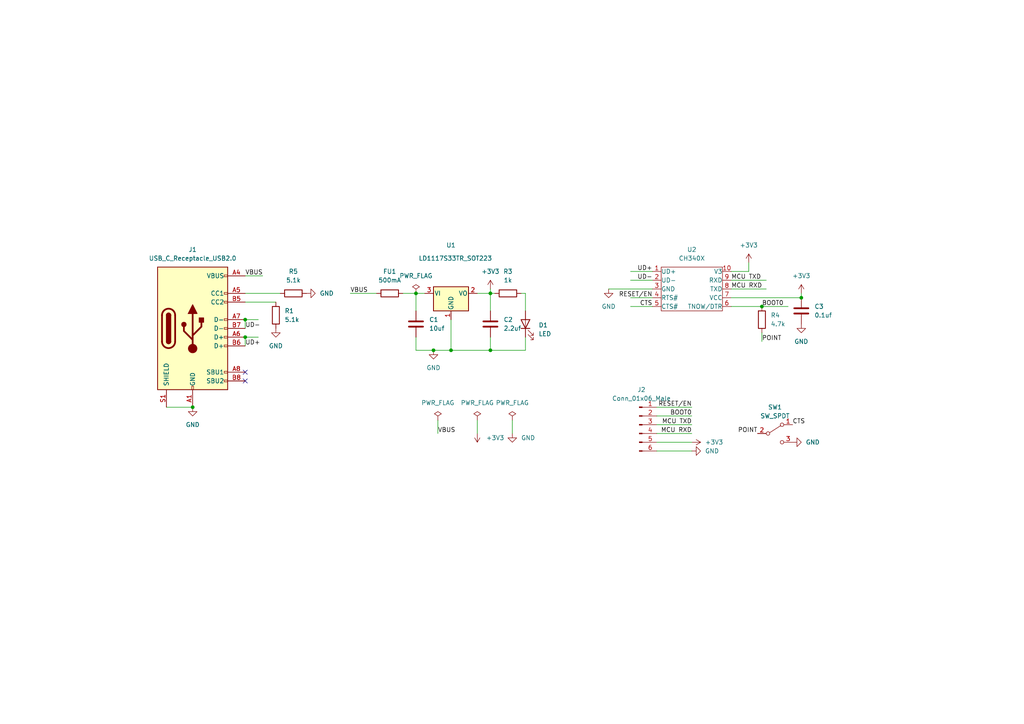
<source format=kicad_sch>
(kicad_sch (version 20211123) (generator eeschema)
  (paper "A4")
  (title_block (title "CH340x"))
  (lib_symbols
    (symbol "CH340X_1" (pin_names (offset 0.002))
      (property "Reference" "U?" (at 5.08 11.43 0))
      (property "Value" "CH340X_1" (at 5.08 8.89 0))
      (symbol "CH340X_1_0_1"
        (rectangle (start -3.81 6.35) (end 13.97 -6.35))
      )
      (symbol "CH340X_1_1_1"
        (pin bidirectional line (at -6.35 5.08 0) (length 2.54) (name "UD+") (number "1"))
        (pin power_in line (at 16.51 5.08 180) (length 2.54) (name "V3") (number "10"))
        (pin bidirectional line (at -6.35 2.54 0) (length 2.54) (name "UD-") (number "2"))
        (pin power_in line (at -6.35 0 0) (length 2.54) (name "GND") (number "3"))
        (pin output line (at -6.35 -2.54 0) (length 2.54) (name "RTS#") (number "4"))
        (pin input line (at -6.35 -5.08 0) (length 2.54) (name "CTS#") (number "5"))
        (pin output line (at 16.51 -5.08 180) (length 2.54) (name "TNOW/DTR") (number "6"))
        (pin power_in line (at 16.51 -2.54 180) (length 2.54) (name "VCC") (number "7"))
        (pin output line (at 16.51 0 180) (length 2.54) (name "TXD") (number "8"))
        (pin input line (at 16.51 2.54 180) (length 2.54) (name "RXD") (number "9"))
      )
    )
    (symbol "Connector:Conn_01x06_Male" (pin_names (offset 1.016) hide)
      (property "Reference" "J" (at 0 7.62 0))
      (property "Value" "Conn_01x06_Male" (at 0 -10.16 0))
      (symbol "Conn_01x06_Male_1_1"
        (polyline (pts (xy 1.27 -7.62) (xy 0.8636 -7.62)) (stroke (width 0.1524)))
        (polyline (pts (xy 1.27 -5.08) (xy 0.8636 -5.08)) (stroke (width 0.1524)))
        (polyline (pts (xy 1.27 -2.54) (xy 0.8636 -2.54)) (stroke (width 0.1524)))
        (polyline (pts (xy 1.27 0) (xy 0.8636 0)) (stroke (width 0.1524)))
        (polyline (pts (xy 1.27 2.54) (xy 0.8636 2.54)) (stroke (width 0.1524)))
        (polyline (pts (xy 1.27 5.08) (xy 0.8636 5.08)) (stroke (width 0.1524)))
        (rectangle (start 0.8636 -7.493) (end 0 -7.747) (stroke (width 0.1524)) (fill (type outline)))
        (rectangle (start 0.8636 -4.953) (end 0 -5.207) (stroke (width 0.1524)) (fill (type outline)))
        (rectangle (start 0.8636 -2.413) (end 0 -2.667) (stroke (width 0.1524)) (fill (type outline)))
        (rectangle (start 0.8636 0.127) (end 0 -0.127) (stroke (width 0.1524)) (fill (type outline)))
        (rectangle (start 0.8636 2.667) (end 0 2.413) (stroke (width 0.1524)) (fill (type outline)))
        (rectangle (start 0.8636 5.207) (end 0 4.953) (stroke (width 0.1524)) (fill (type outline)))
        (pin passive line (at 5.08 5.08 180) (length 3.81) (name "Pin_1") (number "1"))
        (pin passive line (at 5.08 2.54 180) (length 3.81) (name "Pin_2") (number "2"))
        (pin passive line (at 5.08 0 180) (length 3.81) (name "Pin_3") (number "3"))
        (pin passive line (at 5.08 -2.54 180) (length 3.81) (name "Pin_4") (number "4"))
        (pin passive line (at 5.08 -5.08 180) (length 3.81) (name "Pin_5") (number "5"))
        (pin passive line (at 5.08 -7.62 180) (length 3.81) (name "Pin_6") (number "6"))
      )
    )
    (symbol "Connector:USB_C_Receptacle_USB2.0" (pin_names (offset 1.016))
      (property "Reference" "J" (at -10.16 19.05 0))
      (property "Value" "USB_C_Receptacle_USB2.0" (at 19.05 19.05 0))
      (symbol "USB_C_Receptacle_USB2.0_0_0"
        (rectangle (start -0.254 -17.78) (end 0.254 -16.764))
        (rectangle (start 10.16 -14.986) (end 9.144 -15.494))
        (rectangle (start 10.16 -12.446) (end 9.144 -12.954))
        (rectangle (start 10.16 -4.826) (end 9.144 -5.334))
        (rectangle (start 10.16 -2.286) (end 9.144 -2.794))
        (rectangle (start 10.16 0.254) (end 9.144 -0.254))
        (rectangle (start 10.16 2.794) (end 9.144 2.286))
        (rectangle (start 10.16 7.874) (end 9.144 7.366))
        (rectangle (start 10.16 10.414) (end 9.144 9.906))
        (rectangle (start 10.16 15.494) (end 9.144 14.986))
      )
      (symbol "USB_C_Receptacle_USB2.0_0_1"
        (rectangle (start -10.16 17.78) (end 10.16 -17.78) (stroke (width 0.254)) (fill (type background)))
        (arc (start -8.89 -3.81) (mid -6.985 -5.715) (end -5.08 -3.81) (stroke (width 0.508)))
        (arc (start -7.62 -3.81) (mid -6.985 -4.445) (end -6.35 -3.81) (stroke (width 0.254)))
        (arc (start -7.62 -3.81) (mid -6.985 -4.445) (end -6.35 -3.81) (stroke (width 0.254)) (fill (type outline)))
        (rectangle (start -7.62 -3.81) (end -6.35 3.81) (stroke (width 0.254)) (fill (type outline)))
        (arc (start -6.35 3.81) (mid -6.985 4.445) (end -7.62 3.81) (stroke (width 0.254)))
        (arc (start -6.35 3.81) (mid -6.985 4.445) (end -7.62 3.81) (stroke (width 0.254)) (fill (type outline)))
        (arc (start -5.08 3.81) (mid -6.985 5.715) (end -8.89 3.81) (stroke (width 0.508)))
        (circle (center -2.54 1.143) (radius 0.635) (stroke (width 0.254)) (fill (type outline)))
        (circle (center 0 -5.842) (radius 1.27) (fill (type outline)))
        (polyline (pts (xy -8.89 -3.81) (xy -8.89 3.81)) (stroke (width 0.508)))
        (polyline (pts (xy -5.08 3.81) (xy -5.08 -3.81)) (stroke (width 0.508)))
        (polyline (pts (xy 0 -5.842) (xy 0 4.318)) (stroke (width 0.508)))
        (polyline (pts (xy 0 -3.302) (xy -2.54 -0.762) (xy -2.54 0.508)) (stroke (width 0.508)))
        (polyline (pts (xy 0 -2.032) (xy 2.54 0.508) (xy 2.54 1.778)) (stroke (width 0.508)))
        (polyline (pts (xy -1.27 4.318) (xy 0 6.858) (xy 1.27 4.318) (xy -1.27 4.318)) (stroke (width 0.254)) (fill (type outline)))
        (rectangle (start 1.905 1.778) (end 3.175 3.048) (stroke (width 0.254)) (fill (type outline)))
      )
      (symbol "USB_C_Receptacle_USB2.0_1_1"
        (pin passive line (at 0 -22.86 90) (length 5.08) (name "GND") (number "A1"))
        (pin passive line (at 0 -22.86 90) (length 5.08) hide (name "GND") (number "A12"))
        (pin passive line (at 15.24 15.24 180) (length 5.08) (name "VBUS") (number "A4"))
        (pin bidirectional line (at 15.24 10.16 180) (length 5.08) (name "CC1") (number "A5"))
        (pin bidirectional line (at 15.24 -2.54 180) (length 5.08) (name "D+") (number "A6"))
        (pin bidirectional line (at 15.24 2.54 180) (length 5.08) (name "D-") (number "A7"))
        (pin bidirectional line (at 15.24 -12.7 180) (length 5.08) (name "SBU1") (number "A8"))
        (pin passive line (at 15.24 15.24 180) (length 5.08) hide (name "VBUS") (number "A9"))
        (pin passive line (at 0 -22.86 90) (length 5.08) hide (name "GND") (number "B1"))
        (pin passive line (at 0 -22.86 90) (length 5.08) hide (name "GND") (number "B12"))
        (pin passive line (at 15.24 15.24 180) (length 5.08) hide (name "VBUS") (number "B4"))
        (pin bidirectional line (at 15.24 7.62 180) (length 5.08) (name "CC2") (number "B5"))
        (pin bidirectional line (at 15.24 -5.08 180) (length 5.08) (name "D+") (number "B6"))
        (pin bidirectional line (at 15.24 0 180) (length 5.08) (name "D-") (number "B7"))
        (pin bidirectional line (at 15.24 -15.24 180) (length 5.08) (name "SBU2") (number "B8"))
        (pin passive line (at 15.24 15.24 180) (length 5.08) hide (name "VBUS") (number "B9"))
        (pin passive line (at -7.62 -22.86 90) (length 5.08) (name "SHIELD") (number "S1"))
      )
    )
    (symbol "Device:C" (pin_numbers hide) (pin_names (offset 0.254))
      (property "Reference" "C" (at 0.635 2.54 0))
      (property "Value" "C" (at 0.635 -2.54 0))
      (symbol "C_0_1"
        (polyline (pts (xy -2.032 -0.762) (xy 2.032 -0.762)) (stroke (width 0.508)))
        (polyline (pts (xy -2.032 0.762) (xy 2.032 0.762)) (stroke (width 0.508)))
      )
      (symbol "C_1_1"
        (pin passive line (at 0 3.81 270) (length 2.794) (name "~") (number "1"))
        (pin passive line (at 0 -3.81 90) (length 2.794) (name "~") (number "2"))
      )
    )
    (symbol "Device:LED" (pin_numbers hide) (pin_names (offset 1.016) hide)
      (property "Reference" "D" (at 0 2.54 0))
      (property "Value" "LED" (at 0 -2.54 0))
      (symbol "LED_0_1"
        (polyline (pts (xy -1.27 -1.27) (xy -1.27 1.27)) (stroke (width 0.254)))
        (polyline (pts (xy -1.27 0) (xy 1.27 0)))
        (polyline (pts (xy 1.27 -1.27) (xy 1.27 1.27) (xy -1.27 0) (xy 1.27 -1.27)) (stroke (width 0.254)))
        (polyline (pts (xy -3.048 -0.762) (xy -4.572 -2.286) (xy -3.81 -2.286) (xy -4.572 -2.286) (xy -4.572 -1.524)))
        (polyline (pts (xy -1.778 -0.762) (xy -3.302 -2.286) (xy -2.54 -2.286) (xy -3.302 -2.286) (xy -3.302 -1.524)))
      )
      (symbol "LED_1_1"
        (pin passive line (at -3.81 0 0) (length 2.54) (name "K") (number "1"))
        (pin passive line (at 3.81 0 180) (length 2.54) (name "A") (number "2"))
      )
    )
    (symbol "Device:R" (pin_numbers hide) (pin_names (offset 0))
      (property "Reference" "R" (at 2.032 0 90))
      (property "Value" "R" (at 0 0 90))
      (symbol "R_0_1"
        (rectangle (start -1.016 -2.54) (end 1.016 2.54) (stroke (width 0.254)))
      )
      (symbol "R_1_1"
        (pin passive line (at 0 3.81 270) (length 1.27) (name "~") (number "1"))
        (pin passive line (at 0 -3.81 90) (length 1.27) (name "~") (number "2"))
      )
    )
    (symbol "Regulator_Linear:LD1117S33TR_SOT223" (pin_names (offset 0.254))
      (property "Reference" "U" (at -3.81 3.175 0))
      (property "Value" "LD1117S33TR_SOT223" (at 0 3.175 0))
      (symbol "LD1117S33TR_SOT223_0_1"
        (rectangle (start -5.08 -5.08) (end 5.08 1.905) (stroke (width 0.254)) (fill (type background)))
      )
      (symbol "LD1117S33TR_SOT223_1_1"
        (pin power_in line (at 0 -7.62 90) (length 2.54) (name "GND") (number "1"))
        (pin power_out line (at 7.62 0 180) (length 2.54) (name "VO") (number "2"))
        (pin power_in line (at -7.62 0 0) (length 2.54) (name "VI") (number "3"))
      )
    )
    (symbol "Switch:SW_SPDT" (pin_names (offset 0) hide)
      (property "Reference" "SW" (at 0 4.318 0))
      (property "Value" "SW_SPDT" (at 0 -5.08 0))
      (symbol "SW_SPDT_0_0"
        (circle (center -2.032 0) (radius 0.508))
        (circle (center 2.032 -2.54) (radius 0.508))
      )
      (symbol "SW_SPDT_0_1"
        (polyline (pts (xy -1.524 0.254) (xy 1.651 2.286)))
        (circle (center 2.032 2.54) (radius 0.508))
      )
      (symbol "SW_SPDT_1_1"
        (pin passive line (at 5.08 2.54 180) (length 2.54) (name "A") (number "1"))
        (pin passive line (at -5.08 0 0) (length 2.54) (name "B") (number "2"))
        (pin passive line (at 5.08 -2.54 180) (length 2.54) (name "C") (number "3"))
      )
    )
    (symbol "power:+3V3" (power) (pin_names (offset 0))
      (property "Value" "+3V3" (at 0 3.556 0))
      (symbol "+3V3_0_1"
        (polyline (pts (xy -0.762 1.27) (xy 0 2.54)))
        (polyline (pts (xy 0 0) (xy 0 2.54)))
        (polyline (pts (xy 0 2.54) (xy 0.762 1.27)))
      )
      (symbol "+3V3_1_1"
        (pin power_in line (at 0 0 90) (length 0) hide (name "+3V3") (number "1"))
      )
    )
    (symbol "power:GND" (power) (pin_names (offset 0))
      (property "Value" "GND" (at 0 -3.81 0))
      (symbol "GND_0_1"
        (polyline (pts (xy 0 0) (xy 0 -1.27) (xy 1.27 -1.27) (xy 0 -2.54) (xy -1.27 -1.27) (xy 0 -1.27)))
      )
      (symbol "GND_1_1"
        (pin power_in line (at 0 0 270) (length 0) hide (name "GND") (number "1"))
      )
    )
    (symbol "power:PWR_FLAG" (power) (pin_numbers hide) (pin_names (offset 0) hide)
      (property "Value" "PWR_FLAG" (at 0 3.81 0))
      (symbol "PWR_FLAG_0_0"
        (pin power_out line (at 0 0 90) (length 0) (name "pwr") (number "1"))
      )
      (symbol "PWR_FLAG_0_1"
        (polyline (pts (xy 0 0) (xy 0 1.27) (xy -1.016 1.905) (xy 0 2.54) (xy 1.016 1.905) (xy 0 1.27)))
      )
    )
  )
  (junction (at 130.81 101.6))
  (junction (at 120.65 85.09))
  (junction (at 125.73 101.6))
  (junction (at 55.88 118.11))
  (junction (at 71.12 92.71))
  (junction (at 71.12 97.79))
  (junction (at 142.24 101.6))
  (junction (at 232.41 86.36))
  (junction (at 220.98 88.9))
  (junction (at 142.24 85.09))
  (no_connect (at 71.12 107.95))
  (no_connect (at 71.12 110.49))
  (wire (pts (xy 120.65 85.09) (xy 123.19 85.09)))
  (wire (pts (xy 142.24 101.6) (xy 130.81 101.6)))
  (wire (pts (xy 152.4 97.79) (xy 152.4 101.6)))
  (wire (pts (xy 220.98 88.9) (xy 228.6 88.9)))
  (wire (pts (xy 152.4 101.6) (xy 142.24 101.6)))
  (wire (pts (xy 182.88 86.36) (xy 189.23 86.36)))
  (wire (pts (xy 71.12 92.71) (xy 74.93 92.71)))
  (wire (pts (xy 127 121.92) (xy 127 125.73)))
  (wire (pts (xy 152.4 85.09) (xy 152.4 90.17)))
  (wire (pts (xy 182.88 81.28) (xy 189.23 81.28)))
  (wire (pts (xy 220.98 96.52) (xy 220.98 99.06)))
  (wire (pts (xy 190.5 123.19) (xy 200.66 123.19)))
  (wire (pts (xy 71.12 87.63) (xy 80.01 87.63)))
  (wire (pts (xy 212.09 83.82) (xy 222.25 83.82)))
  (wire (pts (xy 190.5 128.27) (xy 200.66 128.27)))
  (wire (pts (xy 71.12 80.01) (xy 76.2 80.01)))
  (wire (pts (xy 71.12 92.71) (xy 71.12 95.25)))
  (wire (pts (xy 212.09 78.74) (xy 217.17 78.74)))
  (wire (pts (xy 212.09 88.9) (xy 220.98 88.9)))
  (wire (pts (xy 138.43 121.92) (xy 138.43 125.73)))
  (wire (pts (xy 190.5 125.73) (xy 200.66 125.73)))
  (wire (pts (xy 130.81 92.71) (xy 130.81 101.6)))
  (wire (pts (xy 217.17 78.74) (xy 217.17 76.2)))
  (wire (pts (xy 142.24 83.82) (xy 142.24 85.09)))
  (wire (pts (xy 176.53 83.82) (xy 189.23 83.82)))
  (wire (pts (xy 148.59 121.92) (xy 148.59 125.73)))
  (wire (pts (xy 182.88 88.9) (xy 189.23 88.9)))
  (wire (pts (xy 151.13 85.09) (xy 152.4 85.09)))
  (wire (pts (xy 142.24 85.09) (xy 143.51 85.09)))
  (wire (pts (xy 130.81 101.6) (xy 125.73 101.6)))
  (wire (pts (xy 190.5 120.65) (xy 200.66 120.65)))
  (wire (pts (xy 71.12 85.09) (xy 81.28 85.09)))
  (wire (pts (xy 120.65 101.6) (xy 120.65 97.79)))
  (wire (pts (xy 142.24 85.09) (xy 142.24 90.17)))
  (wire (pts (xy 125.73 101.6) (xy 120.65 101.6)))
  (wire (pts (xy 190.5 118.11) (xy 200.66 118.11)))
  (wire (pts (xy 182.88 78.74) (xy 189.23 78.74)))
  (wire (pts (xy 71.12 97.79) (xy 71.12 100.33)))
  (wire (pts (xy 138.43 85.09) (xy 142.24 85.09)))
  (wire (pts (xy 120.65 85.09) (xy 120.65 90.17)))
  (wire (pts (xy 116.84 85.09) (xy 120.65 85.09)))
  (wire (pts (xy 212.09 86.36) (xy 232.41 86.36)))
  (wire (pts (xy 232.41 86.36) (xy 232.41 85.09)))
  (wire (pts (xy 142.24 97.79) (xy 142.24 101.6)))
  (wire (pts (xy 212.09 81.28) (xy 222.25 81.28)))
  (wire (pts (xy 48.26 118.11) (xy 55.88 118.11)))
  (wire (pts (xy 71.12 97.79) (xy 74.93 97.79)))
  (wire (pts (xy 101.6 85.09) (xy 109.22 85.09)))
  (wire (pts (xy 190.5 130.81) (xy 200.66 130.81)))
  (label "POINT" (at 219.71 125.73 180))
  (label "MCU RXD" (at 212.09 83.82 0))
  (label "CTS" (at 229.87 123.19 0))
  (label "VBUS" (at 101.6 85.09 0))
  (label "BOOT0" (at 200.66 120.65 180))
  (label "UD-" (at 189.23 81.28 180))
  (label "RESET{slash}EN" (at 200.66 118.11 180))
  (label "MCU TXD" (at 212.09 81.28 0))
  (label "VBUS" (at 71.12 80.01 0))
  (label "MCU RXD" (at 200.66 125.73 180))
  (label "UD+" (at 189.23 78.74 180))
  (label "VBUS" (at 127 125.73 0))
  (label "POINT" (at 220.98 99.06 0))
  (label "UD+" (at 71.12 100.33 0))
  (label "RESET{slash}EN" (at 189.23 86.36 180))
  (label "BOOT0" (at 220.98 88.9 0))
  (label "MCU TXD" (at 200.66 123.19 180))
  (label "CTS" (at 189.23 88.9 180))
  (label "UD-" (at 71.12 95.25 0))
  (symbol (lib_id "Switch:SW_SPDT") (at 224.79 125.73 0) (unit 1)
    (property "Reference" "SW1" (at 224.79 118.11 0))
    (property "Value" "SW_SPDT" (at 224.79 120.65 0))
    (property "Footprint" "Button_Switch_THT:SW_CuK_OS102011MA1QN1_SPDT_Angled" (effects hide))
  )
  (symbol (lib_id "power:+3V3") (at 217.17 76.2 0) (unit 1)
    (property "Reference" "#PWR010" (effects hide))
    (property "Value" "+3V3" (at 217.17 71.12 0))
  )
  (symbol (lib_id "Regulator_Linear:LD1117S33TR_SOT223") (at 130.81 85.09 0) (unit 1)
    (property "Reference" "U1" (at 130.81 71.12 0))
    (property "Value" "LD1117S33TR_SOT223" (at 132.08 74.93 0))
    (property "Footprint" "Package_TO_SOT_SMD:SOT-223-3_TabPin2" (effects hide))
    (property "Datasheet" "http://www.st.com/st-web-ui/static/active/en/resource/technical/document/datasheet/CD00000544.pdf" (effects hide))
  )
  (symbol (lib_id "power:PWR_FLAG") (at 138.43 121.92 0) (unit 1)
    (property "Reference" "#FLG02" (effects hide))
    (property "Value" "PWR_FLAG" (at 138.43 116.84 0))
  )
  (symbol (lib_id "Device:R") (at 113.03 85.09 90) (unit 1)
    (property "Reference" "FU1" (at 113.03 78.74 90))
    (property "Value" "500mA" (at 113.03 81.28 90))
    (property "Footprint" "Resistor_SMD:R_0805_2012Metric_Pad1.20x1.40mm_HandSolder" (effects hide))
  )
  (symbol (lib_id "Device:R") (at 220.98 92.71 0) (unit 1)
    (property "Reference" "R4" (at 223.52 91.4399 0) (effects (justify left)))
    (property "Value" "4.7k" (at 223.52 93.9799 0) (effects (justify left)))
    (property "Footprint" "Resistor_SMD:R_0603_1608Metric_Pad0.98x0.95mm_HandSolder" (effects hide))
  )
  (symbol (lib_id "power:GND") (at 229.87 128.27 90) (unit 1)
    (property "Reference" "#PWR09" (effects hide))
    (property "Value" "GND" (at 233.68 128.2699 90) (effects (justify right)))
  )
  (symbol (lib_name "CH340X_1") (lib_id "USB2Ser:CH340X") (at 195.58 83.82 0) (unit 1)
    (property "Reference" "U2" (at 200.66 72.39 0))
    (property "Value" "CH340X" (at 200.66 74.93 0))
    (property "Footprint" "Package_SO:MSOP-10-1EP_3x3mm_P0.5mm_EP1.68x1.88mm_ThermalVias" (effects hide))
  )
  (symbol (lib_id "power:GND") (at 176.53 83.82 0) (unit 1)
    (property "Reference" "#PWR06" (effects hide))
    (property "Value" "GND" (at 176.53 88.9 0))
  )
  (symbol (lib_id "power:GND") (at 88.9 85.09 90) (unit 1)
    (property "Reference" "#PWR013" (effects hide))
    (property "Value" "GND" (at 92.71 85.0899 90) (effects (justify right)))
  )
  (symbol (lib_id "power:GND") (at 200.66 130.81 90) (unit 1)
    (property "Reference" "#PWR08" (effects hide))
    (property "Value" "GND" (at 204.47 130.8099 90) (effects (justify right)))
  )
  (symbol (lib_id "power:PWR_FLAG") (at 120.65 85.09 0) (unit 1)
    (property "Reference" "#FLG0101" (effects hide))
    (property "Value" "PWR_FLAG" (at 120.65 80.01 0))
  )
  (symbol (lib_id "Device:C") (at 120.65 93.98 0) (unit 1)
    (property "Reference" "C1" (at 124.46 92.7099 0) (effects (justify left)))
    (property "Value" "10uf" (at 124.46 95.2499 0) (effects (justify left)))
    (property "Footprint" "Capacitor_SMD:C_1206_3216Metric_Pad1.33x1.80mm_HandSolder" (effects hide))
  )
  (symbol (lib_id "Device:C") (at 232.41 90.17 0) (unit 1)
    (property "Reference" "C3" (at 236.22 88.8999 0) (effects (justify left)))
    (property "Value" "0.1uf" (at 236.22 91.4399 0) (effects (justify left)))
    (property "Footprint" "Capacitor_SMD:C_0603_1608Metric_Pad1.08x0.95mm_HandSolder" (effects hide))
  )
  (symbol (lib_id "power:+3V3") (at 200.66 128.27 270) (unit 1)
    (property "Reference" "#PWR07" (effects hide))
    (property "Value" "+3V3" (at 204.47 128.2699 90) (effects (justify left)))
  )
  (symbol (lib_id "Device:R") (at 147.32 85.09 90) (unit 1)
    (property "Reference" "R3" (at 147.32 78.74 90))
    (property "Value" "1k" (at 147.32 81.28 90))
    (property "Footprint" "Resistor_SMD:R_0603_1608Metric_Pad0.98x0.95mm_HandSolder" (effects hide))
  )
  (symbol (lib_id "Connector:Conn_01x06_Male") (at 185.42 123.19 0) (unit 1)
    (property "Reference" "J2" (at 186.055 113.03 0))
    (property "Value" "Conn_01x06_Male" (at 186.055 115.57 0))
    (property "Footprint" "Connector_PinHeader_2.54mm:PinHeader_1x06_P2.54mm_Vertical" (effects hide))
  )
  (symbol (lib_id "power:GND") (at 232.41 93.98 0) (unit 1)
    (property "Reference" "#PWR012" (effects hide))
    (property "Value" "GND" (at 232.41 99.06 0))
  )
  (symbol (lib_id "power:GND") (at 148.59 125.73 0) (unit 1)
    (property "Reference" "#PWR05" (effects hide))
    (property "Value" "GND" (at 151.13 126.9999 0) (effects (justify left)))
  )
  (symbol (lib_id "power:GND") (at 80.01 95.25 0) (unit 1)
    (property "Reference" "#PWR02" (effects hide))
    (property "Value" "GND" (at 80.01 100.33 0))
  )
  (symbol (lib_id "power:+3V3") (at 142.24 83.82 0) (unit 1)
    (property "Reference" "#PWR03" (effects hide))
    (property "Value" "+3V3" (at 142.24 78.74 0))
  )
  (symbol (lib_id "power:+3V3") (at 138.43 125.73 180) (unit 1)
    (property "Reference" "#PWR04" (effects hide))
    (property "Value" "+3V3" (at 140.97 126.9999 0) (effects (justify right)))
  )
  (symbol (lib_id "Device:C") (at 142.24 93.98 0) (unit 1)
    (property "Reference" "C2" (at 146.05 92.7099 0) (effects (justify left)))
    (property "Value" "2.2uf" (at 146.05 95.2499 0) (effects (justify left)))
    (property "Footprint" "Capacitor_SMD:C_0603_1608Metric_Pad1.08x0.95mm_HandSolder" (effects hide))
  )
  (symbol (lib_id "Device:R") (at 80.01 91.44 0) (unit 1)
    (property "Reference" "R1" (at 82.55 90.1699 0) (effects (justify left)))
    (property "Value" "5.1k" (at 82.55 92.7099 0) (effects (justify left)))
    (property "Footprint" "Resistor_SMD:R_0603_1608Metric_Pad0.98x0.95mm_HandSolder" (effects hide))
  )
  (symbol (lib_id "Connector:USB_C_Receptacle_USB2.0") (at 55.88 95.25 0) (unit 1)
    (property "Reference" "J1" (at 55.88 72.39 0))
    (property "Value" "USB_C_Receptacle_USB2.0" (at 55.88 74.93 0))
    (property "Footprint" "Connector_USB:USB_C_Receptacle_HRO_TYPE-C-31-M-12" (effects hide))
    (property "Datasheet" "https://www.usb.org/sites/default/files/documents/usb_type-c.zip" (effects hide))
  )
  (symbol (lib_id "power:PWR_FLAG") (at 127 121.92 0) (unit 1)
    (property "Reference" "#FLG01" (effects hide))
    (property "Value" "PWR_FLAG" (at 127 116.84 0))
  )
  (symbol (lib_id "Device:LED") (at 152.4 93.98 90) (unit 1)
    (property "Reference" "D1" (at 156.21 94.2974 90) (effects (justify right)))
    (property "Value" "LED" (at 156.21 96.8374 90) (effects (justify right)))
    (property "Footprint" "Diode_SMD:D_0603_1608Metric_Pad1.05x0.95mm_HandSolder" (effects hide))
  )
  (symbol (lib_id "power:GND") (at 125.73 101.6 0) (unit 1)
    (property "Reference" "#PWR014" (effects hide))
    (property "Value" "GND" (at 125.73 106.68 0))
  )
  (symbol (lib_id "Device:R") (at 85.09 85.09 90) (unit 1)
    (property "Reference" "R5" (at 85.09 78.74 90))
    (property "Value" "5.1k" (at 85.09 81.28 90))
    (property "Footprint" "Resistor_SMD:R_0603_1608Metric_Pad0.98x0.95mm_HandSolder" (effects hide))
  )
  (symbol (lib_id "power:+3V3") (at 232.41 85.09 0) (unit 1)
    (property "Reference" "#PWR011" (effects hide))
    (property "Value" "+3V3" (at 232.41 80.01 0))
  )
  (symbol (lib_id "power:PWR_FLAG") (at 148.59 121.92 0) (unit 1)
    (property "Reference" "#FLG03" (effects hide))
    (property "Value" "PWR_FLAG" (at 148.59 116.84 0))
  )
  (symbol (lib_id "power:GND") (at 55.88 118.11 0) (unit 1)
    (property "Reference" "#PWR01" (effects hide))
    (property "Value" "GND" (at 55.88 123.19 0))
  )
)
</source>
